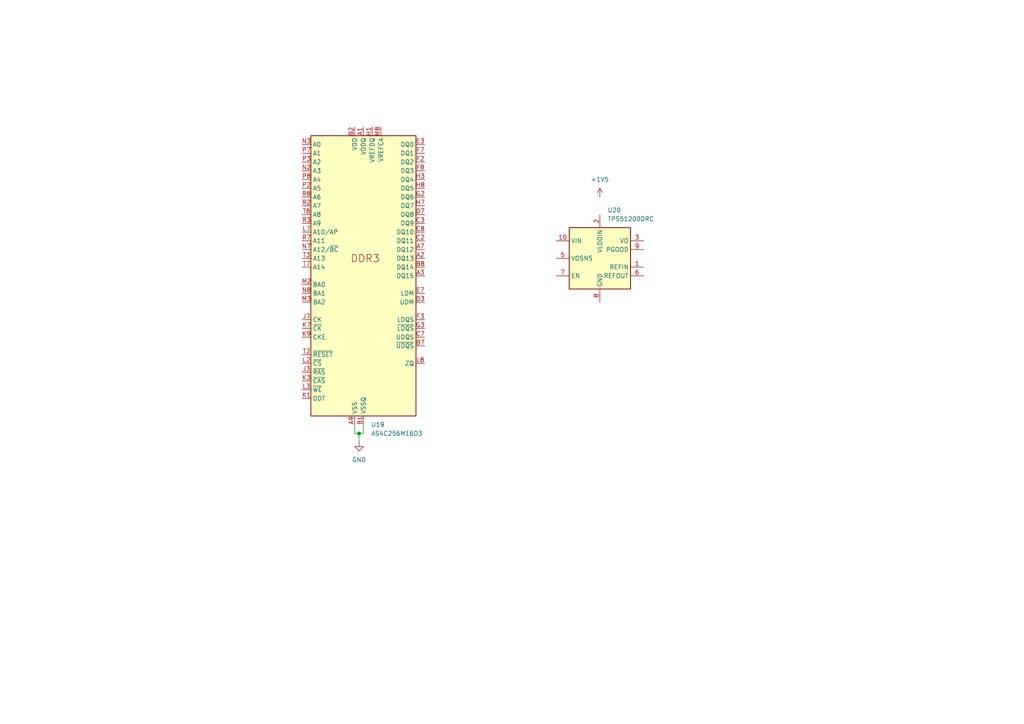
<source format=kicad_sch>
(kicad_sch (version 20231120) (generator "eeschema") (generator_version "8.0")
  (paper "A4")
  (title_block (title "PatchLogic 85 FPGA Board") (rev "V0.1") (company "ODHIN Unicamp") (comment 1 "Licensed under CERN OHL V2 Permissive") (comment 2 "Designed by: Julio Nunes Avelar"))
  (lib_symbols
    (symbol "Memory_RAM:AS4C256M16D3"
      (property "Reference" "U" (at -13.97 41.91 0))
      (property "Value" "AS4C256M16D3" (at 13.97 41.91 0))
      (symbol "AS4C256M16D3_0_1"
        (rectangle (start -15.24 -40.64) (end 15.24 40.64) (stroke (width 0.254)) (fill (type background)))
        (pin power_in line (at 0 43.18 270) (length 2.54) (name "VDDQ") (number "A1"))
        (pin passive line (at 0 43.18 270) (length 2.54) hide (name "VDDQ") (number "A8"))
        (pin power_in line (at -2.54 -43.18 90) (length 2.54) (name "VSS") (number "A9"))
        (pin power_in line (at 0 -43.18 90) (length 2.54) (name "VSSQ") (number "B1"))
        (pin power_in line (at -2.54 43.18 270) (length 2.54) (name "VDD") (number "B2"))
        (pin passive line (at -2.54 -43.18 90) (length 2.54) hide (name "VSS") (number "B3"))
        (pin passive line (at 0 -43.18 90) (length 2.54) hide (name "VSSQ") (number "B9"))
        (pin passive line (at 0 43.18 270) (length 2.54) hide (name "VDDQ") (number "C1"))
        (pin passive line (at 0 43.18 270) (length 2.54) hide (name "VDDQ") (number "C9"))
        (pin passive line (at 0 -43.18 90) (length 2.54) hide (name "VSSQ") (number "D1"))
        (pin passive line (at 0 43.18 270) (length 2.54) hide (name "VDDQ") (number "D2"))
        (pin passive line (at 0 -43.18 90) (length 2.54) hide (name "VSSQ") (number "D8"))
        (pin passive line (at -2.54 43.18 270) (length 2.54) hide (name "VDD") (number "D9"))
        (pin passive line (at -2.54 -43.18 90) (length 2.54) hide (name "VSS") (number "E1"))
        (pin passive line (at 0 -43.18 90) (length 2.54) hide (name "VSSQ") (number "E2"))
        (pin bidirectional line (at 17.78 38.1 180) (length 2.54) (name "DQ0") (number "E3"))
        (pin passive line (at 0 -43.18 90) (length 2.54) hide (name "VSSQ") (number "E8"))
        (pin passive line (at 0 43.18 270) (length 2.54) hide (name "VDDQ") (number "E9"))
        (pin passive line (at 0 43.18 270) (length 2.54) hide (name "VDDQ") (number "F1"))
        (pin bidirectional line (at 17.78 33.02 180) (length 2.54) (name "DQ2") (number "F2"))
        (pin bidirectional line (at 17.78 35.56 180) (length 2.54) (name "DQ1") (number "F7"))
        (pin bidirectional line (at 17.78 30.48 180) (length 2.54) (name "DQ3") (number "F8"))
        (pin passive line (at 0 -43.18 90) (length 2.54) hide (name "VSSQ") (number "F9"))
        (pin passive line (at 0 -43.18 90) (length 2.54) hide (name "VSSQ") (number "G1"))
        (pin bidirectional line (at 17.78 22.86 180) (length 2.54) (name "DQ6") (number "G2"))
        (pin passive line (at -2.54 43.18 270) (length 2.54) hide (name "VDD") (number "G7"))
        (pin passive line (at -2.54 -43.18 90) (length 2.54) hide (name "VSS") (number "G8"))
        (pin passive line (at 0 -43.18 90) (length 2.54) hide (name "VSSQ") (number "G9"))
        (pin power_in line (at 2.54 43.18 270) (length 2.54) (name "VREFDQ") (number "H1"))
        (pin passive line (at 0 43.18 270) (length 2.54) hide (name "VDDQ") (number "H2"))
        (pin bidirectional line (at 17.78 27.94 180) (length 2.54) (name "DQ4") (number "H3"))
        (pin bidirectional line (at 17.78 20.32 180) (length 2.54) (name "DQ7") (number "H7"))
        (pin bidirectional line (at 17.78 25.4 180) (length 2.54) (name "DQ5") (number "H8"))
        (pin passive line (at 0 43.18 270) (length 2.54) hide (name "VDDQ") (number "H9"))
        (pin passive line (at -2.54 -43.18 90) (length 2.54) hide (name "VSS") (number "J2"))
        (pin passive line (at -2.54 -43.18 90) (length 2.54) hide (name "VSS") (number "J8"))
        (pin passive line (at -2.54 43.18 270) (length 2.54) hide (name "VDD") (number "K2"))
        (pin passive line (at -2.54 43.18 270) (length 2.54) hide (name "VDD") (number "K8"))
        (pin input line (at -17.78 -25.4 0) (length 2.54) (name "~{CS}") (number "L2"))
        (pin input line (at -17.78 12.7 0) (length 2.54) (name "A10/AP") (number "L7"))
        (pin passive line (at -2.54 -43.18 90) (length 2.54) hide (name "VSS") (number "M1"))
        (pin passive line (at -2.54 -43.18 90) (length 2.54) hide (name "VSS") (number "M9"))
        (pin passive line (at -2.54 43.18 270) (length 2.54) hide (name "VDD") (number "N1"))
        (pin input line (at -17.78 30.48 0) (length 2.54) (name "A3") (number "N2"))
        (pin input line (at -17.78 38.1 0) (length 2.54) (name "A0") (number "N3"))
        (pin input line (at -17.78 7.62 0) (length 2.54) (name "A12/~{BC}") (number "N7"))
        (pin passive line (at -2.54 43.18 270) (length 2.54) hide (name "VDD") (number "N9"))
        (pin passive line (at -2.54 -43.18 90) (length 2.54) hide (name "VSS") (number "P1"))
        (pin input line (at -17.78 25.4 0) (length 2.54) (name "A5") (number "P2"))
        (pin input line (at -17.78 33.02 0) (length 2.54) (name "A2") (number "P3"))
        (pin input line (at -17.78 35.56 0) (length 2.54) (name "A1") (number "P7"))
        (pin input line (at -17.78 27.94 0) (length 2.54) (name "A4") (number "P8"))
        (pin passive line (at -2.54 -43.18 90) (length 2.54) hide (name "VSS") (number "P9"))
        (pin passive line (at -2.54 43.18 270) (length 2.54) hide (name "VDD") (number "R1"))
        (pin input line (at -17.78 20.32 0) (length 2.54) (name "A7") (number "R2"))
        (pin input line (at -17.78 15.24 0) (length 2.54) (name "A9") (number "R3"))
        (pin input line (at -17.78 10.16 0) (length 2.54) (name "A11") (number "R7"))
        (pin input line (at -17.78 22.86 0) (length 2.54) (name "A6") (number "R8"))
        (pin passive line (at -2.54 43.18 270) (length 2.54) hide (name "VDD") (number "R9"))
        (pin passive line (at -2.54 -43.18 90) (length 2.54) hide (name "VSS") (number "T1"))
        (pin input line (at -17.78 -22.86 0) (length 2.54) (name "~{RESET}") (number "T2"))
        (pin input line (at -17.78 5.08 0) (length 2.54) (name "A13") (number "T3"))
        (pin input line (at -17.78 2.54 0) (length 2.54) (name "A14") (number "T7"))
        (pin input line (at -17.78 17.78 0) (length 2.54) (name "A8") (number "T8"))
        (pin passive line (at -2.54 -43.18 90) (length 2.54) hide (name "VSS") (number "T9"))
      )
      (symbol "AS4C256M16D3_1_1"
        (text "DDR3" (at -3.81 3.81 0) (effects (font (size 2.1336 2.1336)) (justify left bottom)))
        (pin bidirectional line (at 17.78 5.08 180) (length 2.54) (name "DQ13") (number "A2"))
        (pin bidirectional line (at 17.78 0 180) (length 2.54) (name "DQ15") (number "A3"))
        (pin bidirectional line (at 17.78 7.62 180) (length 2.54) (name "DQ12") (number "A7"))
        (pin bidirectional line (at 17.78 -20.32 180) (length 2.54) (name "~{UDQS}") (number "B7"))
        (pin bidirectional line (at 17.78 2.54 180) (length 2.54) (name "DQ14") (number "B8"))
        (pin bidirectional line (at 17.78 10.16 180) (length 2.54) (name "DQ11") (number "C2"))
        (pin bidirectional line (at 17.78 15.24 180) (length 2.54) (name "DQ9") (number "C3"))
        (pin bidirectional line (at 17.78 -17.78 180) (length 2.54) (name "UDQS") (number "C7"))
        (pin bidirectional line (at 17.78 12.7 180) (length 2.54) (name "DQ10") (number "C8"))
        (pin input line (at 17.78 -7.62 180) (length 2.54) (name "UDM") (number "D3"))
        (pin bidirectional line (at 17.78 17.78 180) (length 2.54) (name "DQ8") (number "D7"))
        (pin input line (at 17.78 -5.08 180) (length 2.54) (name "LDM") (number "E7"))
        (pin bidirectional line (at 17.78 -12.7 180) (length 2.54) (name "LDQS") (number "F3"))
        (pin bidirectional line (at 17.78 -15.24 180) (length 2.54) (name "~{LDQS}") (number "G3"))
        (pin no_connect line (at 15.24 -27.94 180) (length 2.54) hide (name "NC") (number "J1"))
        (pin input line (at -17.78 -27.94 0) (length 2.54) (name "~{RAS}") (number "J3"))
        (pin input line (at -17.78 -12.7 0) (length 2.54) (name "CK") (number "J7"))
        (pin no_connect line (at 15.24 -30.48 180) (length 2.54) hide (name "NC") (number "J9"))
        (pin input line (at -17.78 -35.56 0) (length 2.54) (name "ODT") (number "K1"))
        (pin input line (at -17.78 -30.48 0) (length 2.54) (name "~{CAS}") (number "K3"))
        (pin input line (at -17.78 -15.24 0) (length 2.54) (name "~{CK}") (number "K7"))
        (pin input line (at -17.78 -17.78 0) (length 2.54) (name "CKE") (number "K9"))
        (pin no_connect line (at 15.24 -33.02 180) (length 2.54) hide (name "NC") (number "L1"))
        (pin input line (at -17.78 -33.02 0) (length 2.54) (name "~{WE}") (number "L3"))
        (pin input line (at 17.78 -25.4 180) (length 2.54) (name "ZQ") (number "L8"))
        (pin no_connect line (at 15.24 -35.56 180) (length 2.54) hide (name "NC") (number "L9"))
        (pin input line (at -17.78 -2.54 0) (length 2.54) (name "BA0") (number "M2"))
        (pin input line (at -17.78 -7.62 0) (length 2.54) (name "BA2") (number "M3"))
        (pin no_connect line (at 15.24 -38.1 180) (length 2.54) hide (name "NC") (number "M7"))
        (pin power_in line (at 5.08 43.18 270) (length 2.54) (name "VREFCA") (number "M8"))
        (pin input line (at -17.78 -5.08 0) (length 2.54) (name "BA1") (number "N8"))
      )
    )
    (symbol "Regulator_Linear:TPS51200DRC"
      (property "Reference" "U" (at -7.62 10.16 0))
      (property "Value" "TPS51200DRC" (at 7.62 10.16 0))
      (symbol "TPS51200DRC_0_1"
        (rectangle (start -8.89 -8.89) (end 8.89 8.89) (stroke (width 0.254)) (fill (type background)))
        (pin input line (at 12.7 -2.54 180) (length 3.81) (name "REFIN") (number "1"))
        (pin power_in line (at -12.7 5.08 0) (length 3.81) (name "VIN") (number "10"))
        (pin passive line (at 0 -12.7 90) (length 3.81) hide (name "GND") (number "11"))
        (pin power_in line (at 0 12.7 270) (length 3.81) (name "VLDOIN") (number "2"))
        (pin power_out line (at 12.7 5.08 180) (length 3.81) (name "VO") (number "3"))
        (pin passive line (at 0 -12.7 90) (length 3.81) hide (name "GND") (number "4"))
        (pin input line (at -12.7 0 0) (length 3.81) (name "VOSNS") (number "5"))
        (pin output line (at 12.7 -5.08 180) (length 3.81) (name "REFOUT") (number "6"))
        (pin input line (at -12.7 -5.08 0) (length 3.81) (name "EN") (number "7"))
        (pin power_in line (at 0 -12.7 90) (length 3.81) (name "GND") (number "8"))
        (pin open_collector line (at 12.7 2.54 180) (length 3.81) (name "PGOOD") (number "9"))
      )
    )
    (symbol "power:+1V5" (power) (pin_numbers hide) (pin_names (offset 0) hide)
      (property "Value" "+1V5" (at 0 3.556 0))
      (symbol "+1V5_0_1"
        (polyline (pts (xy -0.762 1.27) (xy 0 2.54)))
        (polyline (pts (xy 0 0) (xy 0 2.54)))
        (polyline (pts (xy 0 2.54) (xy 0.762 1.27)))
      )
      (symbol "+1V5_1_1"
        (pin power_in line (at 0 0 90) (length 0) (name "~") (number "1"))
      )
    )
    (symbol "power:GND" (power) (pin_numbers hide) (pin_names (offset 0) hide)
      (property "Value" "GND" (at 0 -3.81 0))
      (symbol "GND_0_1"
        (polyline (pts (xy 0 0) (xy 0 -1.27) (xy 1.27 -1.27) (xy 0 -2.54) (xy -1.27 -1.27) (xy 0 -1.27)))
      )
      (symbol "GND_1_1"
        (pin power_in line (at 0 0 270) (length 0) (name "~") (number "1"))
      )
    )
  )
  (junction (at 104.14 125.73))
  (wire (pts (xy 104.14 125.73) (xy 105.41 125.73)))
  (wire (pts (xy 104.14 125.73) (xy 104.14 128.27)))
  (wire (pts (xy 102.87 125.73) (xy 104.14 125.73)))
  (wire (pts (xy 105.41 125.73) (xy 105.41 123.19)))
  (wire (pts (xy 102.87 123.19) (xy 102.87 125.73)))
  (symbol (lib_id "power:GND") (at 104.14 128.27 0) (unit 1)
    (property "Reference" "#PWR0124" (effects (hide yes)))
    (property "Value" "GND" (at 104.14 133.35 0))
    (property "Description" "Power symbol creates a global label with name \"GND\" , ground" (effects (hide yes)))
  )
  (symbol (lib_id "Regulator_Linear:TPS51200DRC") (at 173.99 74.93 0) (unit 1)
    (property "Reference" "U20" (at 176.1841 60.96 0) (effects (justify left)))
    (property "Value" "TPS51200DRC" (at 176.1841 63.5 0) (effects (justify left)))
    (property "Footprint" "Package_SON:VSON-10-1EP_3x3mm_P0.5mm_EP1.65x2.4mm" (effects (hide yes)))
    (property "Datasheet" "http://www.ti.com/lit/ds/symlink/tps51200.pdf" (effects (hide yes)))
    (property "Description" "Sink and Source DDR Termination Regulator, VSON-10" (effects (hide yes)))
  )
  (symbol (lib_id "Memory_RAM:AS4C256M16D3") (at 105.41 80.01 0) (unit 1)
    (property "Reference" "U19" (at 107.6041 123.19 0) (effects (justify left)))
    (property "Value" "AS4C256M16D3" (at 107.6041 125.73 0) (effects (justify left)))
    (property "Footprint" "Package_BGA:BGA-96_9.0x13.0mm_Layout2x3x16_P0.8mm" (effects (hide yes)))
    (property "Datasheet" "https://www.alliancememory.com/wp-content/uploads/pdf/ddr3/4GB-AS4C256M16D3.pdf" (effects (hide yes)))
    (property "Description" "4Gb (256Mx16 bit) Double Data Rate 3 Synchronous DRAM" (effects (hide yes)))
  )
  (symbol (lib_id "power:+1V5") (at 173.99 57.15 0) (unit 1)
    (property "Reference" "#PWR0123" (effects (hide yes)))
    (property "Value" "+1V5" (at 173.99 52.07 0))
    (property "Description" "Power symbol creates a global label with name \"+1V5\"" (effects (hide yes)))
  )
)
</source>
